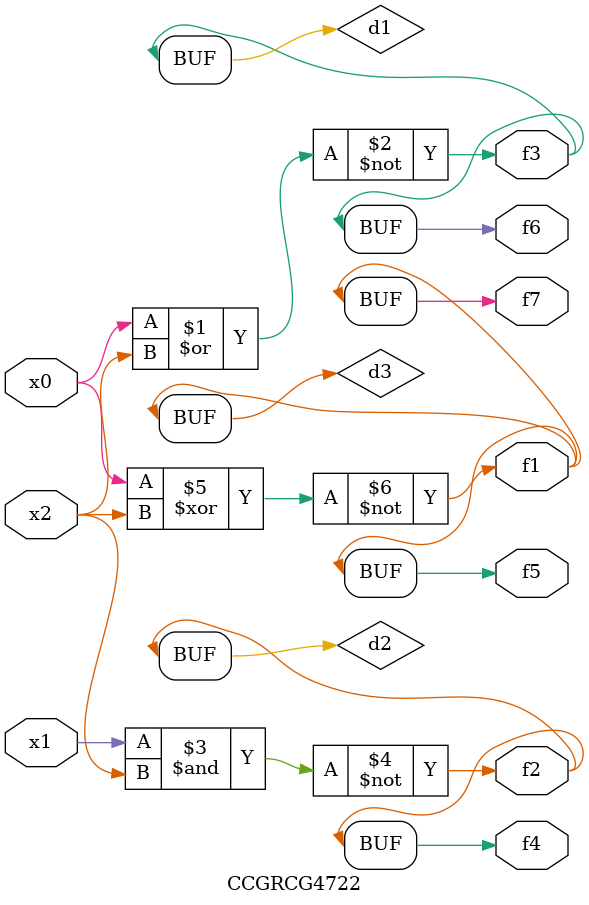
<source format=v>
module CCGRCG4722(
	input x0, x1, x2,
	output f1, f2, f3, f4, f5, f6, f7
);

	wire d1, d2, d3;

	nor (d1, x0, x2);
	nand (d2, x1, x2);
	xnor (d3, x0, x2);
	assign f1 = d3;
	assign f2 = d2;
	assign f3 = d1;
	assign f4 = d2;
	assign f5 = d3;
	assign f6 = d1;
	assign f7 = d3;
endmodule

</source>
